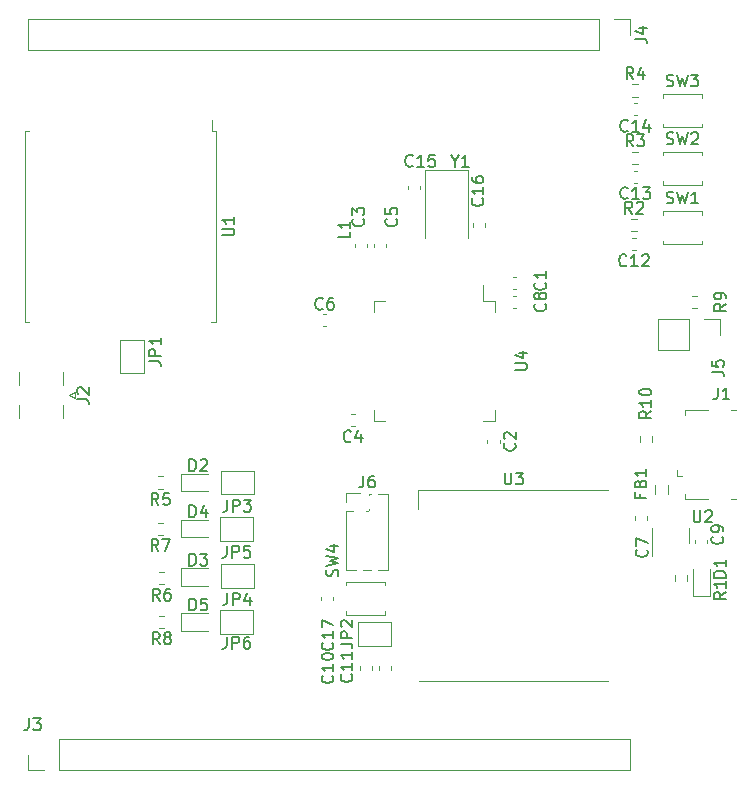
<source format=gbr>
%TF.GenerationSoftware,KiCad,Pcbnew,(6.0.6)*%
%TF.CreationDate,2022-07-05T16:05:39+02:00*%
%TF.ProjectId,kicad_rfm95_breakout_board_V4,6b696361-645f-4726-966d-39355f627265,rev?*%
%TF.SameCoordinates,Original*%
%TF.FileFunction,Legend,Top*%
%TF.FilePolarity,Positive*%
%FSLAX46Y46*%
G04 Gerber Fmt 4.6, Leading zero omitted, Abs format (unit mm)*
G04 Created by KiCad (PCBNEW (6.0.6)) date 2022-07-05 16:05:39*
%MOMM*%
%LPD*%
G01*
G04 APERTURE LIST*
%ADD10C,0.150000*%
%ADD11C,0.120000*%
G04 APERTURE END LIST*
D10*
%TO.C,SW3*%
X139066666Y-72904761D02*
X139209523Y-72952380D01*
X139447619Y-72952380D01*
X139542857Y-72904761D01*
X139590476Y-72857142D01*
X139638095Y-72761904D01*
X139638095Y-72666666D01*
X139590476Y-72571428D01*
X139542857Y-72523809D01*
X139447619Y-72476190D01*
X139257142Y-72428571D01*
X139161904Y-72380952D01*
X139114285Y-72333333D01*
X139066666Y-72238095D01*
X139066666Y-72142857D01*
X139114285Y-72047619D01*
X139161904Y-72000000D01*
X139257142Y-71952380D01*
X139495238Y-71952380D01*
X139638095Y-72000000D01*
X139971428Y-71952380D02*
X140209523Y-72952380D01*
X140400000Y-72238095D01*
X140590476Y-72952380D01*
X140828571Y-71952380D01*
X141114285Y-71952380D02*
X141733333Y-71952380D01*
X141400000Y-72333333D01*
X141542857Y-72333333D01*
X141638095Y-72380952D01*
X141685714Y-72428571D01*
X141733333Y-72523809D01*
X141733333Y-72761904D01*
X141685714Y-72857142D01*
X141638095Y-72904761D01*
X141542857Y-72952380D01*
X141257142Y-72952380D01*
X141161904Y-72904761D01*
X141114285Y-72857142D01*
%TO.C,J3*%
X85066666Y-126452380D02*
X85066666Y-127166666D01*
X85019047Y-127309523D01*
X84923809Y-127404761D01*
X84780952Y-127452380D01*
X84685714Y-127452380D01*
X85447619Y-126452380D02*
X86066666Y-126452380D01*
X85733333Y-126833333D01*
X85876190Y-126833333D01*
X85971428Y-126880952D01*
X86019047Y-126928571D01*
X86066666Y-127023809D01*
X86066666Y-127261904D01*
X86019047Y-127357142D01*
X85971428Y-127404761D01*
X85876190Y-127452380D01*
X85590476Y-127452380D01*
X85495238Y-127404761D01*
X85447619Y-127357142D01*
%TO.C,D5*%
X98661904Y-117322380D02*
X98661904Y-116322380D01*
X98900000Y-116322380D01*
X99042857Y-116370000D01*
X99138095Y-116465238D01*
X99185714Y-116560476D01*
X99233333Y-116750952D01*
X99233333Y-116893809D01*
X99185714Y-117084285D01*
X99138095Y-117179523D01*
X99042857Y-117274761D01*
X98900000Y-117322380D01*
X98661904Y-117322380D01*
X100138095Y-116322380D02*
X99661904Y-116322380D01*
X99614285Y-116798571D01*
X99661904Y-116750952D01*
X99757142Y-116703333D01*
X99995238Y-116703333D01*
X100090476Y-116750952D01*
X100138095Y-116798571D01*
X100185714Y-116893809D01*
X100185714Y-117131904D01*
X100138095Y-117227142D01*
X100090476Y-117274761D01*
X99995238Y-117322380D01*
X99757142Y-117322380D01*
X99661904Y-117274761D01*
X99614285Y-117227142D01*
%TO.C,R7*%
X96033333Y-112282380D02*
X95700000Y-111806190D01*
X95461904Y-112282380D02*
X95461904Y-111282380D01*
X95842857Y-111282380D01*
X95938095Y-111330000D01*
X95985714Y-111377619D01*
X96033333Y-111472857D01*
X96033333Y-111615714D01*
X95985714Y-111710952D01*
X95938095Y-111758571D01*
X95842857Y-111806190D01*
X95461904Y-111806190D01*
X96366666Y-111282380D02*
X97033333Y-111282380D01*
X96604761Y-112282380D01*
%TO.C,SW4*%
X111204761Y-114433333D02*
X111252380Y-114290476D01*
X111252380Y-114052380D01*
X111204761Y-113957142D01*
X111157142Y-113909523D01*
X111061904Y-113861904D01*
X110966666Y-113861904D01*
X110871428Y-113909523D01*
X110823809Y-113957142D01*
X110776190Y-114052380D01*
X110728571Y-114242857D01*
X110680952Y-114338095D01*
X110633333Y-114385714D01*
X110538095Y-114433333D01*
X110442857Y-114433333D01*
X110347619Y-114385714D01*
X110300000Y-114338095D01*
X110252380Y-114242857D01*
X110252380Y-114004761D01*
X110300000Y-113861904D01*
X110252380Y-113528571D02*
X111252380Y-113290476D01*
X110538095Y-113100000D01*
X111252380Y-112909523D01*
X110252380Y-112671428D01*
X110585714Y-111861904D02*
X111252380Y-111861904D01*
X110204761Y-112100000D02*
X110919047Y-112338095D01*
X110919047Y-111719047D01*
%TO.C,JP2*%
X111452380Y-120133333D02*
X112166666Y-120133333D01*
X112309523Y-120180952D01*
X112404761Y-120276190D01*
X112452380Y-120419047D01*
X112452380Y-120514285D01*
X112452380Y-119657142D02*
X111452380Y-119657142D01*
X111452380Y-119276190D01*
X111500000Y-119180952D01*
X111547619Y-119133333D01*
X111642857Y-119085714D01*
X111785714Y-119085714D01*
X111880952Y-119133333D01*
X111928571Y-119180952D01*
X111976190Y-119276190D01*
X111976190Y-119657142D01*
X111547619Y-118704761D02*
X111500000Y-118657142D01*
X111452380Y-118561904D01*
X111452380Y-118323809D01*
X111500000Y-118228571D01*
X111547619Y-118180952D01*
X111642857Y-118133333D01*
X111738095Y-118133333D01*
X111880952Y-118180952D01*
X112452380Y-118752380D01*
X112452380Y-118133333D01*
%TO.C,FB1*%
X136828571Y-107433333D02*
X136828571Y-107766666D01*
X137352380Y-107766666D02*
X136352380Y-107766666D01*
X136352380Y-107290476D01*
X136828571Y-106576190D02*
X136876190Y-106433333D01*
X136923809Y-106385714D01*
X137019047Y-106338095D01*
X137161904Y-106338095D01*
X137257142Y-106385714D01*
X137304761Y-106433333D01*
X137352380Y-106528571D01*
X137352380Y-106909523D01*
X136352380Y-106909523D01*
X136352380Y-106576190D01*
X136400000Y-106480952D01*
X136447619Y-106433333D01*
X136542857Y-106385714D01*
X136638095Y-106385714D01*
X136733333Y-106433333D01*
X136780952Y-106480952D01*
X136828571Y-106576190D01*
X136828571Y-106909523D01*
X137352380Y-105385714D02*
X137352380Y-105957142D01*
X137352380Y-105671428D02*
X136352380Y-105671428D01*
X136495238Y-105766666D01*
X136590476Y-105861904D01*
X136638095Y-105957142D01*
%TO.C,R4*%
X136233333Y-72322380D02*
X135900000Y-71846190D01*
X135661904Y-72322380D02*
X135661904Y-71322380D01*
X136042857Y-71322380D01*
X136138095Y-71370000D01*
X136185714Y-71417619D01*
X136233333Y-71512857D01*
X136233333Y-71655714D01*
X136185714Y-71750952D01*
X136138095Y-71798571D01*
X136042857Y-71846190D01*
X135661904Y-71846190D01*
X137090476Y-71655714D02*
X137090476Y-72322380D01*
X136852380Y-71274761D02*
X136614285Y-71989047D01*
X137233333Y-71989047D01*
%TO.C,C1*%
X128757142Y-89566666D02*
X128804761Y-89614285D01*
X128852380Y-89757142D01*
X128852380Y-89852380D01*
X128804761Y-89995238D01*
X128709523Y-90090476D01*
X128614285Y-90138095D01*
X128423809Y-90185714D01*
X128280952Y-90185714D01*
X128090476Y-90138095D01*
X127995238Y-90090476D01*
X127900000Y-89995238D01*
X127852380Y-89852380D01*
X127852380Y-89757142D01*
X127900000Y-89614285D01*
X127947619Y-89566666D01*
X128852380Y-88614285D02*
X128852380Y-89185714D01*
X128852380Y-88900000D02*
X127852380Y-88900000D01*
X127995238Y-88995238D01*
X128090476Y-89090476D01*
X128138095Y-89185714D01*
%TO.C,U1*%
X101452380Y-85561904D02*
X102261904Y-85561904D01*
X102357142Y-85514285D01*
X102404761Y-85466666D01*
X102452380Y-85371428D01*
X102452380Y-85180952D01*
X102404761Y-85085714D01*
X102357142Y-85038095D01*
X102261904Y-84990476D01*
X101452380Y-84990476D01*
X102452380Y-83990476D02*
X102452380Y-84561904D01*
X102452380Y-84276190D02*
X101452380Y-84276190D01*
X101595238Y-84371428D01*
X101690476Y-84466666D01*
X101738095Y-84561904D01*
%TO.C,L1*%
X112252380Y-85266666D02*
X112252380Y-85742857D01*
X111252380Y-85742857D01*
X112252380Y-84409523D02*
X112252380Y-84980952D01*
X112252380Y-84695238D02*
X111252380Y-84695238D01*
X111395238Y-84790476D01*
X111490476Y-84885714D01*
X111538095Y-84980952D01*
%TO.C,R1*%
X144052380Y-115766666D02*
X143576190Y-116100000D01*
X144052380Y-116338095D02*
X143052380Y-116338095D01*
X143052380Y-115957142D01*
X143100000Y-115861904D01*
X143147619Y-115814285D01*
X143242857Y-115766666D01*
X143385714Y-115766666D01*
X143480952Y-115814285D01*
X143528571Y-115861904D01*
X143576190Y-115957142D01*
X143576190Y-116338095D01*
X144052380Y-114814285D02*
X144052380Y-115385714D01*
X144052380Y-115100000D02*
X143052380Y-115100000D01*
X143195238Y-115195238D01*
X143290476Y-115290476D01*
X143338095Y-115385714D01*
%TO.C,C16*%
X123457142Y-82442857D02*
X123504761Y-82490476D01*
X123552380Y-82633333D01*
X123552380Y-82728571D01*
X123504761Y-82871428D01*
X123409523Y-82966666D01*
X123314285Y-83014285D01*
X123123809Y-83061904D01*
X122980952Y-83061904D01*
X122790476Y-83014285D01*
X122695238Y-82966666D01*
X122600000Y-82871428D01*
X122552380Y-82728571D01*
X122552380Y-82633333D01*
X122600000Y-82490476D01*
X122647619Y-82442857D01*
X123552380Y-81490476D02*
X123552380Y-82061904D01*
X123552380Y-81776190D02*
X122552380Y-81776190D01*
X122695238Y-81871428D01*
X122790476Y-81966666D01*
X122838095Y-82061904D01*
X122552380Y-80633333D02*
X122552380Y-80823809D01*
X122600000Y-80919047D01*
X122647619Y-80966666D01*
X122790476Y-81061904D01*
X122980952Y-81109523D01*
X123361904Y-81109523D01*
X123457142Y-81061904D01*
X123504761Y-81014285D01*
X123552380Y-80919047D01*
X123552380Y-80728571D01*
X123504761Y-80633333D01*
X123457142Y-80585714D01*
X123361904Y-80538095D01*
X123123809Y-80538095D01*
X123028571Y-80585714D01*
X122980952Y-80633333D01*
X122933333Y-80728571D01*
X122933333Y-80919047D01*
X122980952Y-81014285D01*
X123028571Y-81061904D01*
X123123809Y-81109523D01*
%TO.C,U3*%
X125338095Y-105652380D02*
X125338095Y-106461904D01*
X125385714Y-106557142D01*
X125433333Y-106604761D01*
X125528571Y-106652380D01*
X125719047Y-106652380D01*
X125814285Y-106604761D01*
X125861904Y-106557142D01*
X125909523Y-106461904D01*
X125909523Y-105652380D01*
X126290476Y-105652380D02*
X126909523Y-105652380D01*
X126576190Y-106033333D01*
X126719047Y-106033333D01*
X126814285Y-106080952D01*
X126861904Y-106128571D01*
X126909523Y-106223809D01*
X126909523Y-106461904D01*
X126861904Y-106557142D01*
X126814285Y-106604761D01*
X126719047Y-106652380D01*
X126433333Y-106652380D01*
X126338095Y-106604761D01*
X126290476Y-106557142D01*
%TO.C,D1*%
X144052380Y-114538095D02*
X143052380Y-114538095D01*
X143052380Y-114300000D01*
X143100000Y-114157142D01*
X143195238Y-114061904D01*
X143290476Y-114014285D01*
X143480952Y-113966666D01*
X143623809Y-113966666D01*
X143814285Y-114014285D01*
X143909523Y-114061904D01*
X144004761Y-114157142D01*
X144052380Y-114300000D01*
X144052380Y-114538095D01*
X144052380Y-113014285D02*
X144052380Y-113585714D01*
X144052380Y-113300000D02*
X143052380Y-113300000D01*
X143195238Y-113395238D01*
X143290476Y-113490476D01*
X143338095Y-113585714D01*
%TO.C,C10*%
X110757142Y-122842857D02*
X110804761Y-122890476D01*
X110852380Y-123033333D01*
X110852380Y-123128571D01*
X110804761Y-123271428D01*
X110709523Y-123366666D01*
X110614285Y-123414285D01*
X110423809Y-123461904D01*
X110280952Y-123461904D01*
X110090476Y-123414285D01*
X109995238Y-123366666D01*
X109900000Y-123271428D01*
X109852380Y-123128571D01*
X109852380Y-123033333D01*
X109900000Y-122890476D01*
X109947619Y-122842857D01*
X110852380Y-121890476D02*
X110852380Y-122461904D01*
X110852380Y-122176190D02*
X109852380Y-122176190D01*
X109995238Y-122271428D01*
X110090476Y-122366666D01*
X110138095Y-122461904D01*
X109852380Y-121271428D02*
X109852380Y-121176190D01*
X109900000Y-121080952D01*
X109947619Y-121033333D01*
X110042857Y-120985714D01*
X110233333Y-120938095D01*
X110471428Y-120938095D01*
X110661904Y-120985714D01*
X110757142Y-121033333D01*
X110804761Y-121080952D01*
X110852380Y-121176190D01*
X110852380Y-121271428D01*
X110804761Y-121366666D01*
X110757142Y-121414285D01*
X110661904Y-121461904D01*
X110471428Y-121509523D01*
X110233333Y-121509523D01*
X110042857Y-121461904D01*
X109947619Y-121414285D01*
X109900000Y-121366666D01*
X109852380Y-121271428D01*
%TO.C,R6*%
X96133333Y-116482380D02*
X95800000Y-116006190D01*
X95561904Y-116482380D02*
X95561904Y-115482380D01*
X95942857Y-115482380D01*
X96038095Y-115530000D01*
X96085714Y-115577619D01*
X96133333Y-115672857D01*
X96133333Y-115815714D01*
X96085714Y-115910952D01*
X96038095Y-115958571D01*
X95942857Y-116006190D01*
X95561904Y-116006190D01*
X96990476Y-115482380D02*
X96800000Y-115482380D01*
X96704761Y-115530000D01*
X96657142Y-115577619D01*
X96561904Y-115720476D01*
X96514285Y-115910952D01*
X96514285Y-116291904D01*
X96561904Y-116387142D01*
X96609523Y-116434761D01*
X96704761Y-116482380D01*
X96895238Y-116482380D01*
X96990476Y-116434761D01*
X97038095Y-116387142D01*
X97085714Y-116291904D01*
X97085714Y-116053809D01*
X97038095Y-115958571D01*
X96990476Y-115910952D01*
X96895238Y-115863333D01*
X96704761Y-115863333D01*
X96609523Y-115910952D01*
X96561904Y-115958571D01*
X96514285Y-116053809D01*
%TO.C,U2*%
X141338095Y-108852380D02*
X141338095Y-109661904D01*
X141385714Y-109757142D01*
X141433333Y-109804761D01*
X141528571Y-109852380D01*
X141719047Y-109852380D01*
X141814285Y-109804761D01*
X141861904Y-109757142D01*
X141909523Y-109661904D01*
X141909523Y-108852380D01*
X142338095Y-108947619D02*
X142385714Y-108900000D01*
X142480952Y-108852380D01*
X142719047Y-108852380D01*
X142814285Y-108900000D01*
X142861904Y-108947619D01*
X142909523Y-109042857D01*
X142909523Y-109138095D01*
X142861904Y-109280952D01*
X142290476Y-109852380D01*
X142909523Y-109852380D01*
%TO.C,C5*%
X116157142Y-84166666D02*
X116204761Y-84214285D01*
X116252380Y-84357142D01*
X116252380Y-84452380D01*
X116204761Y-84595238D01*
X116109523Y-84690476D01*
X116014285Y-84738095D01*
X115823809Y-84785714D01*
X115680952Y-84785714D01*
X115490476Y-84738095D01*
X115395238Y-84690476D01*
X115300000Y-84595238D01*
X115252380Y-84452380D01*
X115252380Y-84357142D01*
X115300000Y-84214285D01*
X115347619Y-84166666D01*
X115252380Y-83261904D02*
X115252380Y-83738095D01*
X115728571Y-83785714D01*
X115680952Y-83738095D01*
X115633333Y-83642857D01*
X115633333Y-83404761D01*
X115680952Y-83309523D01*
X115728571Y-83261904D01*
X115823809Y-83214285D01*
X116061904Y-83214285D01*
X116157142Y-83261904D01*
X116204761Y-83309523D01*
X116252380Y-83404761D01*
X116252380Y-83642857D01*
X116204761Y-83738095D01*
X116157142Y-83785714D01*
%TO.C,D3*%
X98661904Y-113522380D02*
X98661904Y-112522380D01*
X98900000Y-112522380D01*
X99042857Y-112570000D01*
X99138095Y-112665238D01*
X99185714Y-112760476D01*
X99233333Y-112950952D01*
X99233333Y-113093809D01*
X99185714Y-113284285D01*
X99138095Y-113379523D01*
X99042857Y-113474761D01*
X98900000Y-113522380D01*
X98661904Y-113522380D01*
X99566666Y-112522380D02*
X100185714Y-112522380D01*
X99852380Y-112903333D01*
X99995238Y-112903333D01*
X100090476Y-112950952D01*
X100138095Y-112998571D01*
X100185714Y-113093809D01*
X100185714Y-113331904D01*
X100138095Y-113427142D01*
X100090476Y-113474761D01*
X99995238Y-113522380D01*
X99709523Y-113522380D01*
X99614285Y-113474761D01*
X99566666Y-113427142D01*
%TO.C,C11*%
X112357142Y-122742857D02*
X112404761Y-122790476D01*
X112452380Y-122933333D01*
X112452380Y-123028571D01*
X112404761Y-123171428D01*
X112309523Y-123266666D01*
X112214285Y-123314285D01*
X112023809Y-123361904D01*
X111880952Y-123361904D01*
X111690476Y-123314285D01*
X111595238Y-123266666D01*
X111500000Y-123171428D01*
X111452380Y-123028571D01*
X111452380Y-122933333D01*
X111500000Y-122790476D01*
X111547619Y-122742857D01*
X112452380Y-121790476D02*
X112452380Y-122361904D01*
X112452380Y-122076190D02*
X111452380Y-122076190D01*
X111595238Y-122171428D01*
X111690476Y-122266666D01*
X111738095Y-122361904D01*
X112452380Y-120838095D02*
X112452380Y-121409523D01*
X112452380Y-121123809D02*
X111452380Y-121123809D01*
X111595238Y-121219047D01*
X111690476Y-121314285D01*
X111738095Y-121409523D01*
%TO.C,C12*%
X135657142Y-88087142D02*
X135609523Y-88134761D01*
X135466666Y-88182380D01*
X135371428Y-88182380D01*
X135228571Y-88134761D01*
X135133333Y-88039523D01*
X135085714Y-87944285D01*
X135038095Y-87753809D01*
X135038095Y-87610952D01*
X135085714Y-87420476D01*
X135133333Y-87325238D01*
X135228571Y-87230000D01*
X135371428Y-87182380D01*
X135466666Y-87182380D01*
X135609523Y-87230000D01*
X135657142Y-87277619D01*
X136609523Y-88182380D02*
X136038095Y-88182380D01*
X136323809Y-88182380D02*
X136323809Y-87182380D01*
X136228571Y-87325238D01*
X136133333Y-87420476D01*
X136038095Y-87468095D01*
X136990476Y-87277619D02*
X137038095Y-87230000D01*
X137133333Y-87182380D01*
X137371428Y-87182380D01*
X137466666Y-87230000D01*
X137514285Y-87277619D01*
X137561904Y-87372857D01*
X137561904Y-87468095D01*
X137514285Y-87610952D01*
X136942857Y-88182380D01*
X137561904Y-88182380D01*
%TO.C,C4*%
X112333333Y-102987142D02*
X112285714Y-103034761D01*
X112142857Y-103082380D01*
X112047619Y-103082380D01*
X111904761Y-103034761D01*
X111809523Y-102939523D01*
X111761904Y-102844285D01*
X111714285Y-102653809D01*
X111714285Y-102510952D01*
X111761904Y-102320476D01*
X111809523Y-102225238D01*
X111904761Y-102130000D01*
X112047619Y-102082380D01*
X112142857Y-102082380D01*
X112285714Y-102130000D01*
X112333333Y-102177619D01*
X113190476Y-102415714D02*
X113190476Y-103082380D01*
X112952380Y-102034761D02*
X112714285Y-102749047D01*
X113333333Y-102749047D01*
%TO.C,J1*%
X143366666Y-98452380D02*
X143366666Y-99166666D01*
X143319047Y-99309523D01*
X143223809Y-99404761D01*
X143080952Y-99452380D01*
X142985714Y-99452380D01*
X144366666Y-99452380D02*
X143795238Y-99452380D01*
X144080952Y-99452380D02*
X144080952Y-98452380D01*
X143985714Y-98595238D01*
X143890476Y-98690476D01*
X143795238Y-98738095D01*
%TO.C,JP3*%
X101866666Y-107952380D02*
X101866666Y-108666666D01*
X101819047Y-108809523D01*
X101723809Y-108904761D01*
X101580952Y-108952380D01*
X101485714Y-108952380D01*
X102342857Y-108952380D02*
X102342857Y-107952380D01*
X102723809Y-107952380D01*
X102819047Y-108000000D01*
X102866666Y-108047619D01*
X102914285Y-108142857D01*
X102914285Y-108285714D01*
X102866666Y-108380952D01*
X102819047Y-108428571D01*
X102723809Y-108476190D01*
X102342857Y-108476190D01*
X103247619Y-107952380D02*
X103866666Y-107952380D01*
X103533333Y-108333333D01*
X103676190Y-108333333D01*
X103771428Y-108380952D01*
X103819047Y-108428571D01*
X103866666Y-108523809D01*
X103866666Y-108761904D01*
X103819047Y-108857142D01*
X103771428Y-108904761D01*
X103676190Y-108952380D01*
X103390476Y-108952380D01*
X103295238Y-108904761D01*
X103247619Y-108857142D01*
%TO.C,R9*%
X144077380Y-91366666D02*
X143601190Y-91700000D01*
X144077380Y-91938095D02*
X143077380Y-91938095D01*
X143077380Y-91557142D01*
X143125000Y-91461904D01*
X143172619Y-91414285D01*
X143267857Y-91366666D01*
X143410714Y-91366666D01*
X143505952Y-91414285D01*
X143553571Y-91461904D01*
X143601190Y-91557142D01*
X143601190Y-91938095D01*
X144077380Y-90890476D02*
X144077380Y-90700000D01*
X144029761Y-90604761D01*
X143982142Y-90557142D01*
X143839285Y-90461904D01*
X143648809Y-90414285D01*
X143267857Y-90414285D01*
X143172619Y-90461904D01*
X143125000Y-90509523D01*
X143077380Y-90604761D01*
X143077380Y-90795238D01*
X143125000Y-90890476D01*
X143172619Y-90938095D01*
X143267857Y-90985714D01*
X143505952Y-90985714D01*
X143601190Y-90938095D01*
X143648809Y-90890476D01*
X143696428Y-90795238D01*
X143696428Y-90604761D01*
X143648809Y-90509523D01*
X143601190Y-90461904D01*
X143505952Y-90414285D01*
%TO.C,D4*%
X98661904Y-109422380D02*
X98661904Y-108422380D01*
X98900000Y-108422380D01*
X99042857Y-108470000D01*
X99138095Y-108565238D01*
X99185714Y-108660476D01*
X99233333Y-108850952D01*
X99233333Y-108993809D01*
X99185714Y-109184285D01*
X99138095Y-109279523D01*
X99042857Y-109374761D01*
X98900000Y-109422380D01*
X98661904Y-109422380D01*
X100090476Y-108755714D02*
X100090476Y-109422380D01*
X99852380Y-108374761D02*
X99614285Y-109089047D01*
X100233333Y-109089047D01*
%TO.C,C13*%
X135757142Y-82387142D02*
X135709523Y-82434761D01*
X135566666Y-82482380D01*
X135471428Y-82482380D01*
X135328571Y-82434761D01*
X135233333Y-82339523D01*
X135185714Y-82244285D01*
X135138095Y-82053809D01*
X135138095Y-81910952D01*
X135185714Y-81720476D01*
X135233333Y-81625238D01*
X135328571Y-81530000D01*
X135471428Y-81482380D01*
X135566666Y-81482380D01*
X135709523Y-81530000D01*
X135757142Y-81577619D01*
X136709523Y-82482380D02*
X136138095Y-82482380D01*
X136423809Y-82482380D02*
X136423809Y-81482380D01*
X136328571Y-81625238D01*
X136233333Y-81720476D01*
X136138095Y-81768095D01*
X137042857Y-81482380D02*
X137661904Y-81482380D01*
X137328571Y-81863333D01*
X137471428Y-81863333D01*
X137566666Y-81910952D01*
X137614285Y-81958571D01*
X137661904Y-82053809D01*
X137661904Y-82291904D01*
X137614285Y-82387142D01*
X137566666Y-82434761D01*
X137471428Y-82482380D01*
X137185714Y-82482380D01*
X137090476Y-82434761D01*
X137042857Y-82387142D01*
%TO.C,J5*%
X142892380Y-97113333D02*
X143606666Y-97113333D01*
X143749523Y-97160952D01*
X143844761Y-97256190D01*
X143892380Y-97399047D01*
X143892380Y-97494285D01*
X142892380Y-96160952D02*
X142892380Y-96637142D01*
X143368571Y-96684761D01*
X143320952Y-96637142D01*
X143273333Y-96541904D01*
X143273333Y-96303809D01*
X143320952Y-96208571D01*
X143368571Y-96160952D01*
X143463809Y-96113333D01*
X143701904Y-96113333D01*
X143797142Y-96160952D01*
X143844761Y-96208571D01*
X143892380Y-96303809D01*
X143892380Y-96541904D01*
X143844761Y-96637142D01*
X143797142Y-96684761D01*
%TO.C,SW2*%
X139066666Y-77804761D02*
X139209523Y-77852380D01*
X139447619Y-77852380D01*
X139542857Y-77804761D01*
X139590476Y-77757142D01*
X139638095Y-77661904D01*
X139638095Y-77566666D01*
X139590476Y-77471428D01*
X139542857Y-77423809D01*
X139447619Y-77376190D01*
X139257142Y-77328571D01*
X139161904Y-77280952D01*
X139114285Y-77233333D01*
X139066666Y-77138095D01*
X139066666Y-77042857D01*
X139114285Y-76947619D01*
X139161904Y-76900000D01*
X139257142Y-76852380D01*
X139495238Y-76852380D01*
X139638095Y-76900000D01*
X139971428Y-76852380D02*
X140209523Y-77852380D01*
X140400000Y-77138095D01*
X140590476Y-77852380D01*
X140828571Y-76852380D01*
X141161904Y-76947619D02*
X141209523Y-76900000D01*
X141304761Y-76852380D01*
X141542857Y-76852380D01*
X141638095Y-76900000D01*
X141685714Y-76947619D01*
X141733333Y-77042857D01*
X141733333Y-77138095D01*
X141685714Y-77280952D01*
X141114285Y-77852380D01*
X141733333Y-77852380D01*
%TO.C,R2*%
X136133333Y-83722380D02*
X135800000Y-83246190D01*
X135561904Y-83722380D02*
X135561904Y-82722380D01*
X135942857Y-82722380D01*
X136038095Y-82770000D01*
X136085714Y-82817619D01*
X136133333Y-82912857D01*
X136133333Y-83055714D01*
X136085714Y-83150952D01*
X136038095Y-83198571D01*
X135942857Y-83246190D01*
X135561904Y-83246190D01*
X136514285Y-82817619D02*
X136561904Y-82770000D01*
X136657142Y-82722380D01*
X136895238Y-82722380D01*
X136990476Y-82770000D01*
X137038095Y-82817619D01*
X137085714Y-82912857D01*
X137085714Y-83008095D01*
X137038095Y-83150952D01*
X136466666Y-83722380D01*
X137085714Y-83722380D01*
%TO.C,C7*%
X137357142Y-112166666D02*
X137404761Y-112214285D01*
X137452380Y-112357142D01*
X137452380Y-112452380D01*
X137404761Y-112595238D01*
X137309523Y-112690476D01*
X137214285Y-112738095D01*
X137023809Y-112785714D01*
X136880952Y-112785714D01*
X136690476Y-112738095D01*
X136595238Y-112690476D01*
X136500000Y-112595238D01*
X136452380Y-112452380D01*
X136452380Y-112357142D01*
X136500000Y-112214285D01*
X136547619Y-112166666D01*
X136452380Y-111833333D02*
X136452380Y-111166666D01*
X137452380Y-111595238D01*
%TO.C,JP5*%
X101816666Y-111852380D02*
X101816666Y-112566666D01*
X101769047Y-112709523D01*
X101673809Y-112804761D01*
X101530952Y-112852380D01*
X101435714Y-112852380D01*
X102292857Y-112852380D02*
X102292857Y-111852380D01*
X102673809Y-111852380D01*
X102769047Y-111900000D01*
X102816666Y-111947619D01*
X102864285Y-112042857D01*
X102864285Y-112185714D01*
X102816666Y-112280952D01*
X102769047Y-112328571D01*
X102673809Y-112376190D01*
X102292857Y-112376190D01*
X103769047Y-111852380D02*
X103292857Y-111852380D01*
X103245238Y-112328571D01*
X103292857Y-112280952D01*
X103388095Y-112233333D01*
X103626190Y-112233333D01*
X103721428Y-112280952D01*
X103769047Y-112328571D01*
X103816666Y-112423809D01*
X103816666Y-112661904D01*
X103769047Y-112757142D01*
X103721428Y-112804761D01*
X103626190Y-112852380D01*
X103388095Y-112852380D01*
X103292857Y-112804761D01*
X103245238Y-112757142D01*
%TO.C,J2*%
X89152380Y-99433333D02*
X89866666Y-99433333D01*
X90009523Y-99480952D01*
X90104761Y-99576190D01*
X90152380Y-99719047D01*
X90152380Y-99814285D01*
X89247619Y-99004761D02*
X89200000Y-98957142D01*
X89152380Y-98861904D01*
X89152380Y-98623809D01*
X89200000Y-98528571D01*
X89247619Y-98480952D01*
X89342857Y-98433333D01*
X89438095Y-98433333D01*
X89580952Y-98480952D01*
X90152380Y-99052380D01*
X90152380Y-98433333D01*
%TO.C,C6*%
X109933333Y-91757142D02*
X109885714Y-91804761D01*
X109742857Y-91852380D01*
X109647619Y-91852380D01*
X109504761Y-91804761D01*
X109409523Y-91709523D01*
X109361904Y-91614285D01*
X109314285Y-91423809D01*
X109314285Y-91280952D01*
X109361904Y-91090476D01*
X109409523Y-90995238D01*
X109504761Y-90900000D01*
X109647619Y-90852380D01*
X109742857Y-90852380D01*
X109885714Y-90900000D01*
X109933333Y-90947619D01*
X110790476Y-90852380D02*
X110600000Y-90852380D01*
X110504761Y-90900000D01*
X110457142Y-90947619D01*
X110361904Y-91090476D01*
X110314285Y-91280952D01*
X110314285Y-91661904D01*
X110361904Y-91757142D01*
X110409523Y-91804761D01*
X110504761Y-91852380D01*
X110695238Y-91852380D01*
X110790476Y-91804761D01*
X110838095Y-91757142D01*
X110885714Y-91661904D01*
X110885714Y-91423809D01*
X110838095Y-91328571D01*
X110790476Y-91280952D01*
X110695238Y-91233333D01*
X110504761Y-91233333D01*
X110409523Y-91280952D01*
X110361904Y-91328571D01*
X110314285Y-91423809D01*
%TO.C,C8*%
X128757142Y-91366666D02*
X128804761Y-91414285D01*
X128852380Y-91557142D01*
X128852380Y-91652380D01*
X128804761Y-91795238D01*
X128709523Y-91890476D01*
X128614285Y-91938095D01*
X128423809Y-91985714D01*
X128280952Y-91985714D01*
X128090476Y-91938095D01*
X127995238Y-91890476D01*
X127900000Y-91795238D01*
X127852380Y-91652380D01*
X127852380Y-91557142D01*
X127900000Y-91414285D01*
X127947619Y-91366666D01*
X128280952Y-90795238D02*
X128233333Y-90890476D01*
X128185714Y-90938095D01*
X128090476Y-90985714D01*
X128042857Y-90985714D01*
X127947619Y-90938095D01*
X127900000Y-90890476D01*
X127852380Y-90795238D01*
X127852380Y-90604761D01*
X127900000Y-90509523D01*
X127947619Y-90461904D01*
X128042857Y-90414285D01*
X128090476Y-90414285D01*
X128185714Y-90461904D01*
X128233333Y-90509523D01*
X128280952Y-90604761D01*
X128280952Y-90795238D01*
X128328571Y-90890476D01*
X128376190Y-90938095D01*
X128471428Y-90985714D01*
X128661904Y-90985714D01*
X128757142Y-90938095D01*
X128804761Y-90890476D01*
X128852380Y-90795238D01*
X128852380Y-90604761D01*
X128804761Y-90509523D01*
X128757142Y-90461904D01*
X128661904Y-90414285D01*
X128471428Y-90414285D01*
X128376190Y-90461904D01*
X128328571Y-90509523D01*
X128280952Y-90604761D01*
%TO.C,D2*%
X98661904Y-105522380D02*
X98661904Y-104522380D01*
X98900000Y-104522380D01*
X99042857Y-104570000D01*
X99138095Y-104665238D01*
X99185714Y-104760476D01*
X99233333Y-104950952D01*
X99233333Y-105093809D01*
X99185714Y-105284285D01*
X99138095Y-105379523D01*
X99042857Y-105474761D01*
X98900000Y-105522380D01*
X98661904Y-105522380D01*
X99614285Y-104617619D02*
X99661904Y-104570000D01*
X99757142Y-104522380D01*
X99995238Y-104522380D01*
X100090476Y-104570000D01*
X100138095Y-104617619D01*
X100185714Y-104712857D01*
X100185714Y-104808095D01*
X100138095Y-104950952D01*
X99566666Y-105522380D01*
X100185714Y-105522380D01*
%TO.C,JP6*%
X101816666Y-119552380D02*
X101816666Y-120266666D01*
X101769047Y-120409523D01*
X101673809Y-120504761D01*
X101530952Y-120552380D01*
X101435714Y-120552380D01*
X102292857Y-120552380D02*
X102292857Y-119552380D01*
X102673809Y-119552380D01*
X102769047Y-119600000D01*
X102816666Y-119647619D01*
X102864285Y-119742857D01*
X102864285Y-119885714D01*
X102816666Y-119980952D01*
X102769047Y-120028571D01*
X102673809Y-120076190D01*
X102292857Y-120076190D01*
X103721428Y-119552380D02*
X103530952Y-119552380D01*
X103435714Y-119600000D01*
X103388095Y-119647619D01*
X103292857Y-119790476D01*
X103245238Y-119980952D01*
X103245238Y-120361904D01*
X103292857Y-120457142D01*
X103340476Y-120504761D01*
X103435714Y-120552380D01*
X103626190Y-120552380D01*
X103721428Y-120504761D01*
X103769047Y-120457142D01*
X103816666Y-120361904D01*
X103816666Y-120123809D01*
X103769047Y-120028571D01*
X103721428Y-119980952D01*
X103626190Y-119933333D01*
X103435714Y-119933333D01*
X103340476Y-119980952D01*
X103292857Y-120028571D01*
X103245238Y-120123809D01*
%TO.C,C17*%
X110757142Y-120042857D02*
X110804761Y-120090476D01*
X110852380Y-120233333D01*
X110852380Y-120328571D01*
X110804761Y-120471428D01*
X110709523Y-120566666D01*
X110614285Y-120614285D01*
X110423809Y-120661904D01*
X110280952Y-120661904D01*
X110090476Y-120614285D01*
X109995238Y-120566666D01*
X109900000Y-120471428D01*
X109852380Y-120328571D01*
X109852380Y-120233333D01*
X109900000Y-120090476D01*
X109947619Y-120042857D01*
X110852380Y-119090476D02*
X110852380Y-119661904D01*
X110852380Y-119376190D02*
X109852380Y-119376190D01*
X109995238Y-119471428D01*
X110090476Y-119566666D01*
X110138095Y-119661904D01*
X109852380Y-118757142D02*
X109852380Y-118090476D01*
X110852380Y-118519047D01*
%TO.C,J4*%
X136402380Y-68913333D02*
X137116666Y-68913333D01*
X137259523Y-68960952D01*
X137354761Y-69056190D01*
X137402380Y-69199047D01*
X137402380Y-69294285D01*
X136735714Y-68008571D02*
X137402380Y-68008571D01*
X136354761Y-68246666D02*
X137069047Y-68484761D01*
X137069047Y-67865714D01*
%TO.C,R3*%
X136233333Y-78022380D02*
X135900000Y-77546190D01*
X135661904Y-78022380D02*
X135661904Y-77022380D01*
X136042857Y-77022380D01*
X136138095Y-77070000D01*
X136185714Y-77117619D01*
X136233333Y-77212857D01*
X136233333Y-77355714D01*
X136185714Y-77450952D01*
X136138095Y-77498571D01*
X136042857Y-77546190D01*
X135661904Y-77546190D01*
X136566666Y-77022380D02*
X137185714Y-77022380D01*
X136852380Y-77403333D01*
X136995238Y-77403333D01*
X137090476Y-77450952D01*
X137138095Y-77498571D01*
X137185714Y-77593809D01*
X137185714Y-77831904D01*
X137138095Y-77927142D01*
X137090476Y-77974761D01*
X136995238Y-78022380D01*
X136709523Y-78022380D01*
X136614285Y-77974761D01*
X136566666Y-77927142D01*
%TO.C,C14*%
X135757142Y-76687142D02*
X135709523Y-76734761D01*
X135566666Y-76782380D01*
X135471428Y-76782380D01*
X135328571Y-76734761D01*
X135233333Y-76639523D01*
X135185714Y-76544285D01*
X135138095Y-76353809D01*
X135138095Y-76210952D01*
X135185714Y-76020476D01*
X135233333Y-75925238D01*
X135328571Y-75830000D01*
X135471428Y-75782380D01*
X135566666Y-75782380D01*
X135709523Y-75830000D01*
X135757142Y-75877619D01*
X136709523Y-76782380D02*
X136138095Y-76782380D01*
X136423809Y-76782380D02*
X136423809Y-75782380D01*
X136328571Y-75925238D01*
X136233333Y-76020476D01*
X136138095Y-76068095D01*
X137566666Y-76115714D02*
X137566666Y-76782380D01*
X137328571Y-75734761D02*
X137090476Y-76449047D01*
X137709523Y-76449047D01*
%TO.C,R10*%
X137752380Y-100442857D02*
X137276190Y-100776190D01*
X137752380Y-101014285D02*
X136752380Y-101014285D01*
X136752380Y-100633333D01*
X136800000Y-100538095D01*
X136847619Y-100490476D01*
X136942857Y-100442857D01*
X137085714Y-100442857D01*
X137180952Y-100490476D01*
X137228571Y-100538095D01*
X137276190Y-100633333D01*
X137276190Y-101014285D01*
X137752380Y-99490476D02*
X137752380Y-100061904D01*
X137752380Y-99776190D02*
X136752380Y-99776190D01*
X136895238Y-99871428D01*
X136990476Y-99966666D01*
X137038095Y-100061904D01*
X136752380Y-98871428D02*
X136752380Y-98776190D01*
X136800000Y-98680952D01*
X136847619Y-98633333D01*
X136942857Y-98585714D01*
X137133333Y-98538095D01*
X137371428Y-98538095D01*
X137561904Y-98585714D01*
X137657142Y-98633333D01*
X137704761Y-98680952D01*
X137752380Y-98776190D01*
X137752380Y-98871428D01*
X137704761Y-98966666D01*
X137657142Y-99014285D01*
X137561904Y-99061904D01*
X137371428Y-99109523D01*
X137133333Y-99109523D01*
X136942857Y-99061904D01*
X136847619Y-99014285D01*
X136800000Y-98966666D01*
X136752380Y-98871428D01*
%TO.C,R8*%
X96133333Y-120182380D02*
X95800000Y-119706190D01*
X95561904Y-120182380D02*
X95561904Y-119182380D01*
X95942857Y-119182380D01*
X96038095Y-119230000D01*
X96085714Y-119277619D01*
X96133333Y-119372857D01*
X96133333Y-119515714D01*
X96085714Y-119610952D01*
X96038095Y-119658571D01*
X95942857Y-119706190D01*
X95561904Y-119706190D01*
X96704761Y-119610952D02*
X96609523Y-119563333D01*
X96561904Y-119515714D01*
X96514285Y-119420476D01*
X96514285Y-119372857D01*
X96561904Y-119277619D01*
X96609523Y-119230000D01*
X96704761Y-119182380D01*
X96895238Y-119182380D01*
X96990476Y-119230000D01*
X97038095Y-119277619D01*
X97085714Y-119372857D01*
X97085714Y-119420476D01*
X97038095Y-119515714D01*
X96990476Y-119563333D01*
X96895238Y-119610952D01*
X96704761Y-119610952D01*
X96609523Y-119658571D01*
X96561904Y-119706190D01*
X96514285Y-119801428D01*
X96514285Y-119991904D01*
X96561904Y-120087142D01*
X96609523Y-120134761D01*
X96704761Y-120182380D01*
X96895238Y-120182380D01*
X96990476Y-120134761D01*
X97038095Y-120087142D01*
X97085714Y-119991904D01*
X97085714Y-119801428D01*
X97038095Y-119706190D01*
X96990476Y-119658571D01*
X96895238Y-119610952D01*
%TO.C,C3*%
X113357142Y-84166666D02*
X113404761Y-84214285D01*
X113452380Y-84357142D01*
X113452380Y-84452380D01*
X113404761Y-84595238D01*
X113309523Y-84690476D01*
X113214285Y-84738095D01*
X113023809Y-84785714D01*
X112880952Y-84785714D01*
X112690476Y-84738095D01*
X112595238Y-84690476D01*
X112500000Y-84595238D01*
X112452380Y-84452380D01*
X112452380Y-84357142D01*
X112500000Y-84214285D01*
X112547619Y-84166666D01*
X112452380Y-83833333D02*
X112452380Y-83214285D01*
X112833333Y-83547619D01*
X112833333Y-83404761D01*
X112880952Y-83309523D01*
X112928571Y-83261904D01*
X113023809Y-83214285D01*
X113261904Y-83214285D01*
X113357142Y-83261904D01*
X113404761Y-83309523D01*
X113452380Y-83404761D01*
X113452380Y-83690476D01*
X113404761Y-83785714D01*
X113357142Y-83833333D01*
%TO.C,SW1*%
X139066666Y-82804761D02*
X139209523Y-82852380D01*
X139447619Y-82852380D01*
X139542857Y-82804761D01*
X139590476Y-82757142D01*
X139638095Y-82661904D01*
X139638095Y-82566666D01*
X139590476Y-82471428D01*
X139542857Y-82423809D01*
X139447619Y-82376190D01*
X139257142Y-82328571D01*
X139161904Y-82280952D01*
X139114285Y-82233333D01*
X139066666Y-82138095D01*
X139066666Y-82042857D01*
X139114285Y-81947619D01*
X139161904Y-81900000D01*
X139257142Y-81852380D01*
X139495238Y-81852380D01*
X139638095Y-81900000D01*
X139971428Y-81852380D02*
X140209523Y-82852380D01*
X140400000Y-82138095D01*
X140590476Y-82852380D01*
X140828571Y-81852380D01*
X141733333Y-82852380D02*
X141161904Y-82852380D01*
X141447619Y-82852380D02*
X141447619Y-81852380D01*
X141352380Y-81995238D01*
X141257142Y-82090476D01*
X141161904Y-82138095D01*
%TO.C,U4*%
X126232380Y-96961904D02*
X127041904Y-96961904D01*
X127137142Y-96914285D01*
X127184761Y-96866666D01*
X127232380Y-96771428D01*
X127232380Y-96580952D01*
X127184761Y-96485714D01*
X127137142Y-96438095D01*
X127041904Y-96390476D01*
X126232380Y-96390476D01*
X126565714Y-95485714D02*
X127232380Y-95485714D01*
X126184761Y-95723809D02*
X126899047Y-95961904D01*
X126899047Y-95342857D01*
%TO.C,C2*%
X126187142Y-103166666D02*
X126234761Y-103214285D01*
X126282380Y-103357142D01*
X126282380Y-103452380D01*
X126234761Y-103595238D01*
X126139523Y-103690476D01*
X126044285Y-103738095D01*
X125853809Y-103785714D01*
X125710952Y-103785714D01*
X125520476Y-103738095D01*
X125425238Y-103690476D01*
X125330000Y-103595238D01*
X125282380Y-103452380D01*
X125282380Y-103357142D01*
X125330000Y-103214285D01*
X125377619Y-103166666D01*
X125377619Y-102785714D02*
X125330000Y-102738095D01*
X125282380Y-102642857D01*
X125282380Y-102404761D01*
X125330000Y-102309523D01*
X125377619Y-102261904D01*
X125472857Y-102214285D01*
X125568095Y-102214285D01*
X125710952Y-102261904D01*
X126282380Y-102833333D01*
X126282380Y-102214285D01*
%TO.C,JP4*%
X101866666Y-115852380D02*
X101866666Y-116566666D01*
X101819047Y-116709523D01*
X101723809Y-116804761D01*
X101580952Y-116852380D01*
X101485714Y-116852380D01*
X102342857Y-116852380D02*
X102342857Y-115852380D01*
X102723809Y-115852380D01*
X102819047Y-115900000D01*
X102866666Y-115947619D01*
X102914285Y-116042857D01*
X102914285Y-116185714D01*
X102866666Y-116280952D01*
X102819047Y-116328571D01*
X102723809Y-116376190D01*
X102342857Y-116376190D01*
X103771428Y-116185714D02*
X103771428Y-116852380D01*
X103533333Y-115804761D02*
X103295238Y-116519047D01*
X103914285Y-116519047D01*
%TO.C,R5*%
X96033333Y-108382380D02*
X95700000Y-107906190D01*
X95461904Y-108382380D02*
X95461904Y-107382380D01*
X95842857Y-107382380D01*
X95938095Y-107430000D01*
X95985714Y-107477619D01*
X96033333Y-107572857D01*
X96033333Y-107715714D01*
X95985714Y-107810952D01*
X95938095Y-107858571D01*
X95842857Y-107906190D01*
X95461904Y-107906190D01*
X96938095Y-107382380D02*
X96461904Y-107382380D01*
X96414285Y-107858571D01*
X96461904Y-107810952D01*
X96557142Y-107763333D01*
X96795238Y-107763333D01*
X96890476Y-107810952D01*
X96938095Y-107858571D01*
X96985714Y-107953809D01*
X96985714Y-108191904D01*
X96938095Y-108287142D01*
X96890476Y-108334761D01*
X96795238Y-108382380D01*
X96557142Y-108382380D01*
X96461904Y-108334761D01*
X96414285Y-108287142D01*
%TO.C,J6*%
X113376666Y-105907380D02*
X113376666Y-106621666D01*
X113329047Y-106764523D01*
X113233809Y-106859761D01*
X113090952Y-106907380D01*
X112995714Y-106907380D01*
X114281428Y-105907380D02*
X114090952Y-105907380D01*
X113995714Y-105955000D01*
X113948095Y-106002619D01*
X113852857Y-106145476D01*
X113805238Y-106335952D01*
X113805238Y-106716904D01*
X113852857Y-106812142D01*
X113900476Y-106859761D01*
X113995714Y-106907380D01*
X114186190Y-106907380D01*
X114281428Y-106859761D01*
X114329047Y-106812142D01*
X114376666Y-106716904D01*
X114376666Y-106478809D01*
X114329047Y-106383571D01*
X114281428Y-106335952D01*
X114186190Y-106288333D01*
X113995714Y-106288333D01*
X113900476Y-106335952D01*
X113852857Y-106383571D01*
X113805238Y-106478809D01*
%TO.C,Y1*%
X121123809Y-79276190D02*
X121123809Y-79752380D01*
X120790476Y-78752380D02*
X121123809Y-79276190D01*
X121457142Y-78752380D01*
X122314285Y-79752380D02*
X121742857Y-79752380D01*
X122028571Y-79752380D02*
X122028571Y-78752380D01*
X121933333Y-78895238D01*
X121838095Y-78990476D01*
X121742857Y-79038095D01*
%TO.C,JP1*%
X95252380Y-96233333D02*
X95966666Y-96233333D01*
X96109523Y-96280952D01*
X96204761Y-96376190D01*
X96252380Y-96519047D01*
X96252380Y-96614285D01*
X96252380Y-95757142D02*
X95252380Y-95757142D01*
X95252380Y-95376190D01*
X95300000Y-95280952D01*
X95347619Y-95233333D01*
X95442857Y-95185714D01*
X95585714Y-95185714D01*
X95680952Y-95233333D01*
X95728571Y-95280952D01*
X95776190Y-95376190D01*
X95776190Y-95757142D01*
X96252380Y-94233333D02*
X96252380Y-94804761D01*
X96252380Y-94519047D02*
X95252380Y-94519047D01*
X95395238Y-94614285D01*
X95490476Y-94709523D01*
X95538095Y-94804761D01*
%TO.C,C15*%
X117557142Y-79657142D02*
X117509523Y-79704761D01*
X117366666Y-79752380D01*
X117271428Y-79752380D01*
X117128571Y-79704761D01*
X117033333Y-79609523D01*
X116985714Y-79514285D01*
X116938095Y-79323809D01*
X116938095Y-79180952D01*
X116985714Y-78990476D01*
X117033333Y-78895238D01*
X117128571Y-78800000D01*
X117271428Y-78752380D01*
X117366666Y-78752380D01*
X117509523Y-78800000D01*
X117557142Y-78847619D01*
X118509523Y-79752380D02*
X117938095Y-79752380D01*
X118223809Y-79752380D02*
X118223809Y-78752380D01*
X118128571Y-78895238D01*
X118033333Y-78990476D01*
X117938095Y-79038095D01*
X119414285Y-78752380D02*
X118938095Y-78752380D01*
X118890476Y-79228571D01*
X118938095Y-79180952D01*
X119033333Y-79133333D01*
X119271428Y-79133333D01*
X119366666Y-79180952D01*
X119414285Y-79228571D01*
X119461904Y-79323809D01*
X119461904Y-79561904D01*
X119414285Y-79657142D01*
X119366666Y-79704761D01*
X119271428Y-79752380D01*
X119033333Y-79752380D01*
X118938095Y-79704761D01*
X118890476Y-79657142D01*
%TO.C,C9*%
X143757142Y-111066666D02*
X143804761Y-111114285D01*
X143852380Y-111257142D01*
X143852380Y-111352380D01*
X143804761Y-111495238D01*
X143709523Y-111590476D01*
X143614285Y-111638095D01*
X143423809Y-111685714D01*
X143280952Y-111685714D01*
X143090476Y-111638095D01*
X142995238Y-111590476D01*
X142900000Y-111495238D01*
X142852380Y-111352380D01*
X142852380Y-111257142D01*
X142900000Y-111114285D01*
X142947619Y-111066666D01*
X143852380Y-110590476D02*
X143852380Y-110400000D01*
X143804761Y-110304761D01*
X143757142Y-110257142D01*
X143614285Y-110161904D01*
X143423809Y-110114285D01*
X143042857Y-110114285D01*
X142947619Y-110161904D01*
X142900000Y-110209523D01*
X142852380Y-110304761D01*
X142852380Y-110495238D01*
X142900000Y-110590476D01*
X142947619Y-110638095D01*
X143042857Y-110685714D01*
X143280952Y-110685714D01*
X143376190Y-110638095D01*
X143423809Y-110590476D01*
X143471428Y-110495238D01*
X143471428Y-110304761D01*
X143423809Y-110209523D01*
X143376190Y-110161904D01*
X143280952Y-110114285D01*
D11*
%TO.C,SW3*%
X138750000Y-76100000D02*
X138750000Y-76400000D01*
X138750000Y-73600000D02*
X142050000Y-73600000D01*
X138750000Y-73900000D02*
X138750000Y-73600000D01*
X142050000Y-76400000D02*
X142050000Y-76100000D01*
X142050000Y-73600000D02*
X142050000Y-73900000D01*
X138750000Y-76400000D02*
X142050000Y-76400000D01*
%TO.C,J3*%
X87630000Y-128210000D02*
X135950000Y-128210000D01*
X135950000Y-130870000D02*
X135950000Y-128210000D01*
X87630000Y-130870000D02*
X87630000Y-128210000D01*
X85030000Y-130870000D02*
X85030000Y-129540000D01*
X86360000Y-130870000D02*
X85030000Y-130870000D01*
X87630000Y-130870000D02*
X135950000Y-130870000D01*
%TO.C,D5*%
X97915000Y-117565000D02*
X97915000Y-119035000D01*
X97915000Y-119035000D02*
X100200000Y-119035000D01*
X100200000Y-117565000D02*
X97915000Y-117565000D01*
%TO.C,R7*%
X96437258Y-110922500D02*
X95962742Y-110922500D01*
X96437258Y-109877500D02*
X95962742Y-109877500D01*
%TO.C,SW4*%
X115250000Y-115200000D02*
X115250000Y-114900000D01*
X115250000Y-117700000D02*
X111950000Y-117700000D01*
X111950000Y-117700000D02*
X111950000Y-117400000D01*
X115250000Y-114900000D02*
X111950000Y-114900000D01*
X111950000Y-114900000D02*
X111950000Y-115200000D01*
X115250000Y-117400000D02*
X115250000Y-117700000D01*
%TO.C,JP2*%
X112900000Y-120300000D02*
X112900000Y-118300000D01*
X115700000Y-120300000D02*
X112900000Y-120300000D01*
X112900000Y-118300000D02*
X115700000Y-118300000D01*
X115700000Y-118300000D02*
X115700000Y-120300000D01*
%TO.C,FB1*%
X138040000Y-106700378D02*
X138040000Y-107499622D01*
X139160000Y-106700378D02*
X139160000Y-107499622D01*
%TO.C,R4*%
X136162742Y-72777500D02*
X136637258Y-72777500D01*
X136162742Y-73822500D02*
X136637258Y-73822500D01*
%TO.C,C1*%
X126059420Y-90110000D02*
X126340580Y-90110000D01*
X126059420Y-89090000D02*
X126340580Y-89090000D01*
%TO.C,U1*%
X100550000Y-76700000D02*
X100550000Y-75800000D01*
X85100000Y-76700000D02*
X84700000Y-76700000D01*
X84700000Y-76700000D02*
X84700000Y-92900000D01*
X100900000Y-76700000D02*
X100550000Y-76700000D01*
X100900000Y-92900000D02*
X100500000Y-92900000D01*
X100900000Y-76700000D02*
X100900000Y-92900000D01*
X84700000Y-92900000D02*
X85100000Y-92900000D01*
%TO.C,R1*%
X139777500Y-114362742D02*
X139777500Y-114837258D01*
X140822500Y-114362742D02*
X140822500Y-114837258D01*
%TO.C,C16*%
X122690000Y-84840580D02*
X122690000Y-84559420D01*
X123710000Y-84840580D02*
X123710000Y-84559420D01*
%TO.C,U3*%
X134100000Y-107090000D02*
X117990000Y-107090000D01*
X117990000Y-107090000D02*
X117990000Y-108700000D01*
X134100000Y-123310000D02*
X118100000Y-123310000D01*
%TO.C,D1*%
X141265000Y-113800000D02*
X141265000Y-116085000D01*
X142735000Y-116085000D02*
X142735000Y-113800000D01*
X141265000Y-116085000D02*
X142735000Y-116085000D01*
%TO.C,C10*%
X114110000Y-122059420D02*
X114110000Y-122340580D01*
X113090000Y-122059420D02*
X113090000Y-122340580D01*
%TO.C,R6*%
X96537258Y-114077500D02*
X96062742Y-114077500D01*
X96537258Y-115122500D02*
X96062742Y-115122500D01*
%TO.C,U2*%
X137840000Y-111000000D02*
X137840000Y-112675000D01*
X140960000Y-111000000D02*
X140960000Y-111650000D01*
X137840000Y-111000000D02*
X137840000Y-110350000D01*
X140960000Y-111000000D02*
X140960000Y-110350000D01*
%TO.C,C5*%
X115310000Y-86540580D02*
X115310000Y-86259420D01*
X114290000Y-86540580D02*
X114290000Y-86259420D01*
%TO.C,D3*%
X100200000Y-113765000D02*
X97915000Y-113765000D01*
X97915000Y-113765000D02*
X97915000Y-115235000D01*
X97915000Y-115235000D02*
X100200000Y-115235000D01*
%TO.C,C11*%
X114690000Y-122059420D02*
X114690000Y-122340580D01*
X115710000Y-122059420D02*
X115710000Y-122340580D01*
%TO.C,C12*%
X136440580Y-85790000D02*
X136159420Y-85790000D01*
X136440580Y-86810000D02*
X136159420Y-86810000D01*
%TO.C,C4*%
X112640580Y-101710000D02*
X112359420Y-101710000D01*
X112640580Y-100690000D02*
X112359420Y-100690000D01*
%TO.C,J1*%
X140350000Y-105900000D02*
X139900000Y-105900000D01*
X144930000Y-107900000D02*
X144530000Y-107900000D01*
X140580000Y-100380000D02*
X140580000Y-100800000D01*
X142560000Y-107900000D02*
X140580000Y-107900000D01*
X140580000Y-107900000D02*
X140580000Y-107480000D01*
X139900000Y-105450000D02*
X139900000Y-105900000D01*
X142560000Y-100380000D02*
X140580000Y-100380000D01*
X144530000Y-100380000D02*
X144930000Y-100380000D01*
%TO.C,JP3*%
X101300000Y-107500000D02*
X101300000Y-105500000D01*
X101300000Y-105500000D02*
X104100000Y-105500000D01*
X104100000Y-105500000D02*
X104100000Y-107500000D01*
X104100000Y-107500000D02*
X101300000Y-107500000D01*
%TO.C,R9*%
X141187742Y-90677500D02*
X141662258Y-90677500D01*
X141187742Y-91722500D02*
X141662258Y-91722500D01*
%TO.C,D4*%
X97915000Y-109665000D02*
X97915000Y-111135000D01*
X100200000Y-109665000D02*
X97915000Y-109665000D01*
X97915000Y-111135000D02*
X100200000Y-111135000D01*
%TO.C,C13*%
X136540580Y-80090000D02*
X136259420Y-80090000D01*
X136540580Y-81110000D02*
X136259420Y-81110000D01*
%TO.C,J5*%
X143570000Y-92650000D02*
X143570000Y-93980000D01*
X140970000Y-92650000D02*
X140970000Y-95310000D01*
X142240000Y-92650000D02*
X143570000Y-92650000D01*
X138370000Y-92650000D02*
X138370000Y-95310000D01*
X140970000Y-95310000D02*
X138370000Y-95310000D01*
X140970000Y-92650000D02*
X138370000Y-92650000D01*
%TO.C,SW2*%
X138750000Y-81000000D02*
X138750000Y-81300000D01*
X138750000Y-81300000D02*
X142050000Y-81300000D01*
X138750000Y-78500000D02*
X142050000Y-78500000D01*
X142050000Y-78500000D02*
X142050000Y-78800000D01*
X142050000Y-81300000D02*
X142050000Y-81000000D01*
X138750000Y-78800000D02*
X138750000Y-78500000D01*
%TO.C,R2*%
X136062742Y-85222500D02*
X136537258Y-85222500D01*
X136062742Y-84177500D02*
X136537258Y-84177500D01*
%TO.C,C7*%
X137410000Y-109359420D02*
X137410000Y-109640580D01*
X136390000Y-109359420D02*
X136390000Y-109640580D01*
%TO.C,JP5*%
X101250000Y-109400000D02*
X104050000Y-109400000D01*
X101250000Y-111400000D02*
X101250000Y-109400000D01*
X104050000Y-109400000D02*
X104050000Y-111400000D01*
X104050000Y-111400000D02*
X101250000Y-111400000D01*
%TO.C,J2*%
X88960000Y-99350000D02*
X88960000Y-98850000D01*
X84200000Y-97150000D02*
X84200000Y-98260000D01*
X87910000Y-99940000D02*
X87910000Y-101050000D01*
X88460000Y-99100000D02*
X88960000Y-99350000D01*
X84200000Y-99940000D02*
X84200000Y-101050000D01*
X88960000Y-98850000D02*
X88460000Y-99100000D01*
X87910000Y-97150000D02*
X87910000Y-98260000D01*
%TO.C,C6*%
X110240580Y-93210000D02*
X109959420Y-93210000D01*
X110240580Y-92190000D02*
X109959420Y-92190000D01*
%TO.C,C8*%
X126059420Y-90690000D02*
X126340580Y-90690000D01*
X126059420Y-91710000D02*
X126340580Y-91710000D01*
%TO.C,D2*%
X100200000Y-105765000D02*
X97915000Y-105765000D01*
X97915000Y-107235000D02*
X100200000Y-107235000D01*
X97915000Y-105765000D02*
X97915000Y-107235000D01*
%TO.C,JP6*%
X101250000Y-117300000D02*
X104050000Y-117300000D01*
X104050000Y-119300000D02*
X101250000Y-119300000D01*
X104050000Y-117300000D02*
X104050000Y-119300000D01*
X101250000Y-119300000D02*
X101250000Y-117300000D01*
%TO.C,C17*%
X109790000Y-116440580D02*
X109790000Y-116159420D01*
X110810000Y-116440580D02*
X110810000Y-116159420D01*
%TO.C,J4*%
X133350000Y-67250000D02*
X85030000Y-67250000D01*
X133350000Y-67250000D02*
X133350000Y-69910000D01*
X133350000Y-69910000D02*
X85030000Y-69910000D01*
X135950000Y-67250000D02*
X135950000Y-68580000D01*
X85030000Y-67250000D02*
X85030000Y-69910000D01*
X134620000Y-67250000D02*
X135950000Y-67250000D01*
%TO.C,R3*%
X136162742Y-79522500D02*
X136637258Y-79522500D01*
X136162742Y-78477500D02*
X136637258Y-78477500D01*
%TO.C,C14*%
X136540580Y-75410000D02*
X136259420Y-75410000D01*
X136540580Y-74390000D02*
X136259420Y-74390000D01*
%TO.C,R10*%
X136777500Y-102562742D02*
X136777500Y-103037258D01*
X137822500Y-102562742D02*
X137822500Y-103037258D01*
%TO.C,R8*%
X96537258Y-118822500D02*
X96062742Y-118822500D01*
X96537258Y-117777500D02*
X96062742Y-117777500D01*
%TO.C,C3*%
X112690000Y-86540580D02*
X112690000Y-86259420D01*
X113710000Y-86540580D02*
X113710000Y-86259420D01*
%TO.C,SW1*%
X138750000Y-83800000D02*
X138750000Y-83500000D01*
X142050000Y-83500000D02*
X142050000Y-83800000D01*
X138750000Y-86000000D02*
X138750000Y-86300000D01*
X138750000Y-86300000D02*
X142050000Y-86300000D01*
X138750000Y-83500000D02*
X142050000Y-83500000D01*
X142050000Y-86300000D02*
X142050000Y-86000000D01*
%TO.C,U4*%
X124490000Y-100360000D02*
X124490000Y-101310000D01*
X114270000Y-92040000D02*
X114270000Y-91090000D01*
X114270000Y-91090000D02*
X115220000Y-91090000D01*
X123540000Y-91090000D02*
X123540000Y-89750000D01*
X114270000Y-101310000D02*
X115220000Y-101310000D01*
X124490000Y-92040000D02*
X124490000Y-91090000D01*
X124490000Y-91090000D02*
X123540000Y-91090000D01*
X114270000Y-100360000D02*
X114270000Y-101310000D01*
X124490000Y-101310000D02*
X123540000Y-101310000D01*
%TO.C,C2*%
X124910000Y-102859420D02*
X124910000Y-103140580D01*
X123890000Y-102859420D02*
X123890000Y-103140580D01*
%TO.C,JP4*%
X104100000Y-113400000D02*
X104100000Y-115400000D01*
X101300000Y-113400000D02*
X104100000Y-113400000D01*
X104100000Y-115400000D02*
X101300000Y-115400000D01*
X101300000Y-115400000D02*
X101300000Y-113400000D01*
%TO.C,R5*%
X96437258Y-105977500D02*
X95962742Y-105977500D01*
X96437258Y-107022500D02*
X95962742Y-107022500D01*
%TO.C,J6*%
X114652530Y-113925000D02*
X115475000Y-113925000D01*
X111945000Y-108910000D02*
X112511529Y-108910000D01*
X113835000Y-108856529D02*
X113835000Y-108713471D01*
X114652530Y-107455000D02*
X115475000Y-107455000D01*
X111945000Y-113925000D02*
X112767470Y-113925000D01*
X113638471Y-108910000D02*
X113781529Y-108910000D01*
X111945000Y-108150000D02*
X111945000Y-107390000D01*
X113835000Y-107586529D02*
X113835000Y-107455000D01*
X111945000Y-108910000D02*
X111945000Y-113925000D01*
X113382530Y-113925000D02*
X114037470Y-113925000D01*
X111945000Y-107390000D02*
X113075000Y-107390000D01*
X115475000Y-107455000D02*
X115475000Y-113925000D01*
X113835000Y-107455000D02*
X114037470Y-107455000D01*
%TO.C,Y1*%
X118600000Y-80050000D02*
X118600000Y-85800000D01*
X122200000Y-80050000D02*
X118600000Y-80050000D01*
X122200000Y-85800000D02*
X122200000Y-80050000D01*
%TO.C,JP1*%
X92800000Y-97250000D02*
X92800000Y-94450000D01*
X94800000Y-94450000D02*
X94800000Y-97250000D01*
X94800000Y-97250000D02*
X92800000Y-97250000D01*
X92800000Y-94450000D02*
X94800000Y-94450000D01*
%TO.C,C15*%
X118210000Y-81359420D02*
X118210000Y-81640580D01*
X117190000Y-81359420D02*
X117190000Y-81640580D01*
%TO.C,C9*%
X141465000Y-111615580D02*
X141465000Y-111334420D01*
X142485000Y-111615580D02*
X142485000Y-111334420D01*
%TD*%
M02*

</source>
